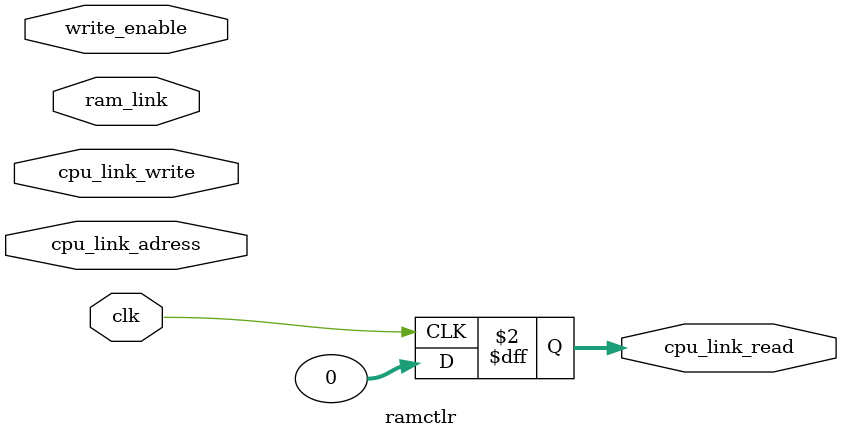
<source format=v>
module ramctlr(ram_link, cpu_link_adress, cpu_link_write, cpu_link_read, write_enable, clk);

input [15:0] ram_link;
input clk;
input [31:0] cpu_link_write;
input [31:0] cpu_link_adress;
output reg [31:0] cpu_link_read;
input write_enable;

always @(posedge clk) begin
  cpu_link_read = 31'b0;
end

endmodule

</source>
